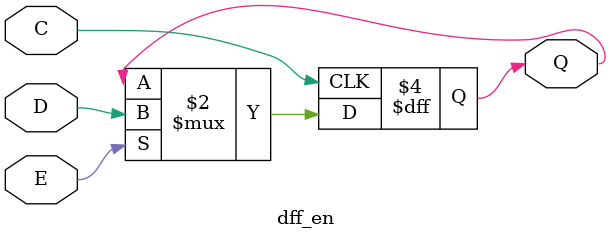
<source format=v>
module dff_en(input D, C, E, output Q);
  reg Q;

  always @(posedge C) begin
    if (E) begin
      Q <= D;
    end
  end

endmodule
</source>
